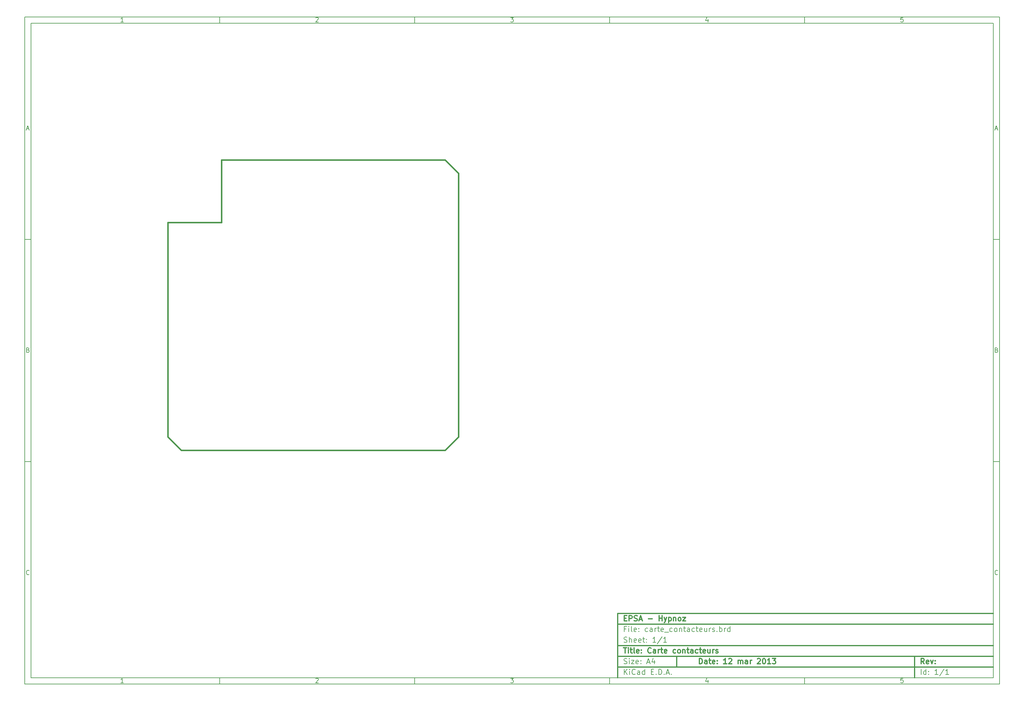
<source format=gbr>
G04 (created by PCBNEW-RS274X (2012-01-19 BZR 3256)-stable) date 12/03/2013 15:32:23*
G01*
G70*
G90*
%MOIN*%
G04 Gerber Fmt 3.4, Leading zero omitted, Abs format*
%FSLAX34Y34*%
G04 APERTURE LIST*
%ADD10C,0.006000*%
%ADD11C,0.012000*%
%ADD12C,0.015000*%
G04 APERTURE END LIST*
G54D10*
X04000Y-04000D02*
X113000Y-04000D01*
X113000Y-78670D01*
X04000Y-78670D01*
X04000Y-04000D01*
X04700Y-04700D02*
X112300Y-04700D01*
X112300Y-77970D01*
X04700Y-77970D01*
X04700Y-04700D01*
X25800Y-04000D02*
X25800Y-04700D01*
X15043Y-04552D02*
X14757Y-04552D01*
X14900Y-04552D02*
X14900Y-04052D01*
X14852Y-04124D01*
X14805Y-04171D01*
X14757Y-04195D01*
X25800Y-78670D02*
X25800Y-77970D01*
X15043Y-78522D02*
X14757Y-78522D01*
X14900Y-78522D02*
X14900Y-78022D01*
X14852Y-78094D01*
X14805Y-78141D01*
X14757Y-78165D01*
X47600Y-04000D02*
X47600Y-04700D01*
X36557Y-04100D02*
X36581Y-04076D01*
X36629Y-04052D01*
X36748Y-04052D01*
X36795Y-04076D01*
X36819Y-04100D01*
X36843Y-04148D01*
X36843Y-04195D01*
X36819Y-04267D01*
X36533Y-04552D01*
X36843Y-04552D01*
X47600Y-78670D02*
X47600Y-77970D01*
X36557Y-78070D02*
X36581Y-78046D01*
X36629Y-78022D01*
X36748Y-78022D01*
X36795Y-78046D01*
X36819Y-78070D01*
X36843Y-78118D01*
X36843Y-78165D01*
X36819Y-78237D01*
X36533Y-78522D01*
X36843Y-78522D01*
X69400Y-04000D02*
X69400Y-04700D01*
X58333Y-04052D02*
X58643Y-04052D01*
X58476Y-04243D01*
X58548Y-04243D01*
X58595Y-04267D01*
X58619Y-04290D01*
X58643Y-04338D01*
X58643Y-04457D01*
X58619Y-04505D01*
X58595Y-04529D01*
X58548Y-04552D01*
X58405Y-04552D01*
X58357Y-04529D01*
X58333Y-04505D01*
X69400Y-78670D02*
X69400Y-77970D01*
X58333Y-78022D02*
X58643Y-78022D01*
X58476Y-78213D01*
X58548Y-78213D01*
X58595Y-78237D01*
X58619Y-78260D01*
X58643Y-78308D01*
X58643Y-78427D01*
X58619Y-78475D01*
X58595Y-78499D01*
X58548Y-78522D01*
X58405Y-78522D01*
X58357Y-78499D01*
X58333Y-78475D01*
X91200Y-04000D02*
X91200Y-04700D01*
X80395Y-04219D02*
X80395Y-04552D01*
X80276Y-04029D02*
X80157Y-04386D01*
X80467Y-04386D01*
X91200Y-78670D02*
X91200Y-77970D01*
X80395Y-78189D02*
X80395Y-78522D01*
X80276Y-77999D02*
X80157Y-78356D01*
X80467Y-78356D01*
X102219Y-04052D02*
X101981Y-04052D01*
X101957Y-04290D01*
X101981Y-04267D01*
X102029Y-04243D01*
X102148Y-04243D01*
X102195Y-04267D01*
X102219Y-04290D01*
X102243Y-04338D01*
X102243Y-04457D01*
X102219Y-04505D01*
X102195Y-04529D01*
X102148Y-04552D01*
X102029Y-04552D01*
X101981Y-04529D01*
X101957Y-04505D01*
X102219Y-78022D02*
X101981Y-78022D01*
X101957Y-78260D01*
X101981Y-78237D01*
X102029Y-78213D01*
X102148Y-78213D01*
X102195Y-78237D01*
X102219Y-78260D01*
X102243Y-78308D01*
X102243Y-78427D01*
X102219Y-78475D01*
X102195Y-78499D01*
X102148Y-78522D01*
X102029Y-78522D01*
X101981Y-78499D01*
X101957Y-78475D01*
X04000Y-28890D02*
X04700Y-28890D01*
X04231Y-16510D02*
X04469Y-16510D01*
X04184Y-16652D02*
X04350Y-16152D01*
X04517Y-16652D01*
X113000Y-28890D02*
X112300Y-28890D01*
X112531Y-16510D02*
X112769Y-16510D01*
X112484Y-16652D02*
X112650Y-16152D01*
X112817Y-16652D01*
X04000Y-53780D02*
X04700Y-53780D01*
X04386Y-41280D02*
X04457Y-41304D01*
X04481Y-41328D01*
X04505Y-41376D01*
X04505Y-41447D01*
X04481Y-41495D01*
X04457Y-41519D01*
X04410Y-41542D01*
X04219Y-41542D01*
X04219Y-41042D01*
X04386Y-41042D01*
X04433Y-41066D01*
X04457Y-41090D01*
X04481Y-41138D01*
X04481Y-41185D01*
X04457Y-41233D01*
X04433Y-41257D01*
X04386Y-41280D01*
X04219Y-41280D01*
X113000Y-53780D02*
X112300Y-53780D01*
X112686Y-41280D02*
X112757Y-41304D01*
X112781Y-41328D01*
X112805Y-41376D01*
X112805Y-41447D01*
X112781Y-41495D01*
X112757Y-41519D01*
X112710Y-41542D01*
X112519Y-41542D01*
X112519Y-41042D01*
X112686Y-41042D01*
X112733Y-41066D01*
X112757Y-41090D01*
X112781Y-41138D01*
X112781Y-41185D01*
X112757Y-41233D01*
X112733Y-41257D01*
X112686Y-41280D01*
X112519Y-41280D01*
X04505Y-66385D02*
X04481Y-66409D01*
X04410Y-66432D01*
X04362Y-66432D01*
X04290Y-66409D01*
X04243Y-66361D01*
X04219Y-66313D01*
X04195Y-66218D01*
X04195Y-66147D01*
X04219Y-66051D01*
X04243Y-66004D01*
X04290Y-65956D01*
X04362Y-65932D01*
X04410Y-65932D01*
X04481Y-65956D01*
X04505Y-65980D01*
X112805Y-66385D02*
X112781Y-66409D01*
X112710Y-66432D01*
X112662Y-66432D01*
X112590Y-66409D01*
X112543Y-66361D01*
X112519Y-66313D01*
X112495Y-66218D01*
X112495Y-66147D01*
X112519Y-66051D01*
X112543Y-66004D01*
X112590Y-65956D01*
X112662Y-65932D01*
X112710Y-65932D01*
X112781Y-65956D01*
X112805Y-65980D01*
G54D11*
X79443Y-76413D02*
X79443Y-75813D01*
X79586Y-75813D01*
X79671Y-75841D01*
X79729Y-75899D01*
X79757Y-75956D01*
X79786Y-76070D01*
X79786Y-76156D01*
X79757Y-76270D01*
X79729Y-76327D01*
X79671Y-76384D01*
X79586Y-76413D01*
X79443Y-76413D01*
X80300Y-76413D02*
X80300Y-76099D01*
X80271Y-76041D01*
X80214Y-76013D01*
X80100Y-76013D01*
X80043Y-76041D01*
X80300Y-76384D02*
X80243Y-76413D01*
X80100Y-76413D01*
X80043Y-76384D01*
X80014Y-76327D01*
X80014Y-76270D01*
X80043Y-76213D01*
X80100Y-76184D01*
X80243Y-76184D01*
X80300Y-76156D01*
X80500Y-76013D02*
X80729Y-76013D01*
X80586Y-75813D02*
X80586Y-76327D01*
X80614Y-76384D01*
X80672Y-76413D01*
X80729Y-76413D01*
X81157Y-76384D02*
X81100Y-76413D01*
X80986Y-76413D01*
X80929Y-76384D01*
X80900Y-76327D01*
X80900Y-76099D01*
X80929Y-76041D01*
X80986Y-76013D01*
X81100Y-76013D01*
X81157Y-76041D01*
X81186Y-76099D01*
X81186Y-76156D01*
X80900Y-76213D01*
X81443Y-76356D02*
X81471Y-76384D01*
X81443Y-76413D01*
X81414Y-76384D01*
X81443Y-76356D01*
X81443Y-76413D01*
X81443Y-76041D02*
X81471Y-76070D01*
X81443Y-76099D01*
X81414Y-76070D01*
X81443Y-76041D01*
X81443Y-76099D01*
X82500Y-76413D02*
X82157Y-76413D01*
X82329Y-76413D02*
X82329Y-75813D01*
X82272Y-75899D01*
X82214Y-75956D01*
X82157Y-75984D01*
X82728Y-75870D02*
X82757Y-75841D01*
X82814Y-75813D01*
X82957Y-75813D01*
X83014Y-75841D01*
X83043Y-75870D01*
X83071Y-75927D01*
X83071Y-75984D01*
X83043Y-76070D01*
X82700Y-76413D01*
X83071Y-76413D01*
X83785Y-76413D02*
X83785Y-76013D01*
X83785Y-76070D02*
X83813Y-76041D01*
X83871Y-76013D01*
X83956Y-76013D01*
X84013Y-76041D01*
X84042Y-76099D01*
X84042Y-76413D01*
X84042Y-76099D02*
X84071Y-76041D01*
X84128Y-76013D01*
X84213Y-76013D01*
X84271Y-76041D01*
X84299Y-76099D01*
X84299Y-76413D01*
X84842Y-76413D02*
X84842Y-76099D01*
X84813Y-76041D01*
X84756Y-76013D01*
X84642Y-76013D01*
X84585Y-76041D01*
X84842Y-76384D02*
X84785Y-76413D01*
X84642Y-76413D01*
X84585Y-76384D01*
X84556Y-76327D01*
X84556Y-76270D01*
X84585Y-76213D01*
X84642Y-76184D01*
X84785Y-76184D01*
X84842Y-76156D01*
X85128Y-76413D02*
X85128Y-76013D01*
X85128Y-76127D02*
X85156Y-76070D01*
X85185Y-76041D01*
X85242Y-76013D01*
X85299Y-76013D01*
X85927Y-75870D02*
X85956Y-75841D01*
X86013Y-75813D01*
X86156Y-75813D01*
X86213Y-75841D01*
X86242Y-75870D01*
X86270Y-75927D01*
X86270Y-75984D01*
X86242Y-76070D01*
X85899Y-76413D01*
X86270Y-76413D01*
X86641Y-75813D02*
X86698Y-75813D01*
X86755Y-75841D01*
X86784Y-75870D01*
X86813Y-75927D01*
X86841Y-76041D01*
X86841Y-76184D01*
X86813Y-76299D01*
X86784Y-76356D01*
X86755Y-76384D01*
X86698Y-76413D01*
X86641Y-76413D01*
X86584Y-76384D01*
X86555Y-76356D01*
X86527Y-76299D01*
X86498Y-76184D01*
X86498Y-76041D01*
X86527Y-75927D01*
X86555Y-75870D01*
X86584Y-75841D01*
X86641Y-75813D01*
X87412Y-76413D02*
X87069Y-76413D01*
X87241Y-76413D02*
X87241Y-75813D01*
X87184Y-75899D01*
X87126Y-75956D01*
X87069Y-75984D01*
X87612Y-75813D02*
X87983Y-75813D01*
X87783Y-76041D01*
X87869Y-76041D01*
X87926Y-76070D01*
X87955Y-76099D01*
X87983Y-76156D01*
X87983Y-76299D01*
X87955Y-76356D01*
X87926Y-76384D01*
X87869Y-76413D01*
X87697Y-76413D01*
X87640Y-76384D01*
X87612Y-76356D01*
G54D10*
X71043Y-77613D02*
X71043Y-77013D01*
X71386Y-77613D02*
X71129Y-77270D01*
X71386Y-77013D02*
X71043Y-77356D01*
X71643Y-77613D02*
X71643Y-77213D01*
X71643Y-77013D02*
X71614Y-77041D01*
X71643Y-77070D01*
X71671Y-77041D01*
X71643Y-77013D01*
X71643Y-77070D01*
X72272Y-77556D02*
X72243Y-77584D01*
X72157Y-77613D01*
X72100Y-77613D01*
X72015Y-77584D01*
X71957Y-77527D01*
X71929Y-77470D01*
X71900Y-77356D01*
X71900Y-77270D01*
X71929Y-77156D01*
X71957Y-77099D01*
X72015Y-77041D01*
X72100Y-77013D01*
X72157Y-77013D01*
X72243Y-77041D01*
X72272Y-77070D01*
X72786Y-77613D02*
X72786Y-77299D01*
X72757Y-77241D01*
X72700Y-77213D01*
X72586Y-77213D01*
X72529Y-77241D01*
X72786Y-77584D02*
X72729Y-77613D01*
X72586Y-77613D01*
X72529Y-77584D01*
X72500Y-77527D01*
X72500Y-77470D01*
X72529Y-77413D01*
X72586Y-77384D01*
X72729Y-77384D01*
X72786Y-77356D01*
X73329Y-77613D02*
X73329Y-77013D01*
X73329Y-77584D02*
X73272Y-77613D01*
X73158Y-77613D01*
X73100Y-77584D01*
X73072Y-77556D01*
X73043Y-77499D01*
X73043Y-77327D01*
X73072Y-77270D01*
X73100Y-77241D01*
X73158Y-77213D01*
X73272Y-77213D01*
X73329Y-77241D01*
X74072Y-77299D02*
X74272Y-77299D01*
X74358Y-77613D02*
X74072Y-77613D01*
X74072Y-77013D01*
X74358Y-77013D01*
X74615Y-77556D02*
X74643Y-77584D01*
X74615Y-77613D01*
X74586Y-77584D01*
X74615Y-77556D01*
X74615Y-77613D01*
X74901Y-77613D02*
X74901Y-77013D01*
X75044Y-77013D01*
X75129Y-77041D01*
X75187Y-77099D01*
X75215Y-77156D01*
X75244Y-77270D01*
X75244Y-77356D01*
X75215Y-77470D01*
X75187Y-77527D01*
X75129Y-77584D01*
X75044Y-77613D01*
X74901Y-77613D01*
X75501Y-77556D02*
X75529Y-77584D01*
X75501Y-77613D01*
X75472Y-77584D01*
X75501Y-77556D01*
X75501Y-77613D01*
X75758Y-77441D02*
X76044Y-77441D01*
X75701Y-77613D02*
X75901Y-77013D01*
X76101Y-77613D01*
X76301Y-77556D02*
X76329Y-77584D01*
X76301Y-77613D01*
X76272Y-77584D01*
X76301Y-77556D01*
X76301Y-77613D01*
G54D11*
X104586Y-76413D02*
X104386Y-76127D01*
X104243Y-76413D02*
X104243Y-75813D01*
X104471Y-75813D01*
X104529Y-75841D01*
X104557Y-75870D01*
X104586Y-75927D01*
X104586Y-76013D01*
X104557Y-76070D01*
X104529Y-76099D01*
X104471Y-76127D01*
X104243Y-76127D01*
X105071Y-76384D02*
X105014Y-76413D01*
X104900Y-76413D01*
X104843Y-76384D01*
X104814Y-76327D01*
X104814Y-76099D01*
X104843Y-76041D01*
X104900Y-76013D01*
X105014Y-76013D01*
X105071Y-76041D01*
X105100Y-76099D01*
X105100Y-76156D01*
X104814Y-76213D01*
X105300Y-76013D02*
X105443Y-76413D01*
X105585Y-76013D01*
X105814Y-76356D02*
X105842Y-76384D01*
X105814Y-76413D01*
X105785Y-76384D01*
X105814Y-76356D01*
X105814Y-76413D01*
X105814Y-76041D02*
X105842Y-76070D01*
X105814Y-76099D01*
X105785Y-76070D01*
X105814Y-76041D01*
X105814Y-76099D01*
G54D10*
X71014Y-76384D02*
X71100Y-76413D01*
X71243Y-76413D01*
X71300Y-76384D01*
X71329Y-76356D01*
X71357Y-76299D01*
X71357Y-76241D01*
X71329Y-76184D01*
X71300Y-76156D01*
X71243Y-76127D01*
X71129Y-76099D01*
X71071Y-76070D01*
X71043Y-76041D01*
X71014Y-75984D01*
X71014Y-75927D01*
X71043Y-75870D01*
X71071Y-75841D01*
X71129Y-75813D01*
X71271Y-75813D01*
X71357Y-75841D01*
X71614Y-76413D02*
X71614Y-76013D01*
X71614Y-75813D02*
X71585Y-75841D01*
X71614Y-75870D01*
X71642Y-75841D01*
X71614Y-75813D01*
X71614Y-75870D01*
X71843Y-76013D02*
X72157Y-76013D01*
X71843Y-76413D01*
X72157Y-76413D01*
X72614Y-76384D02*
X72557Y-76413D01*
X72443Y-76413D01*
X72386Y-76384D01*
X72357Y-76327D01*
X72357Y-76099D01*
X72386Y-76041D01*
X72443Y-76013D01*
X72557Y-76013D01*
X72614Y-76041D01*
X72643Y-76099D01*
X72643Y-76156D01*
X72357Y-76213D01*
X72900Y-76356D02*
X72928Y-76384D01*
X72900Y-76413D01*
X72871Y-76384D01*
X72900Y-76356D01*
X72900Y-76413D01*
X72900Y-76041D02*
X72928Y-76070D01*
X72900Y-76099D01*
X72871Y-76070D01*
X72900Y-76041D01*
X72900Y-76099D01*
X73614Y-76241D02*
X73900Y-76241D01*
X73557Y-76413D02*
X73757Y-75813D01*
X73957Y-76413D01*
X74414Y-76013D02*
X74414Y-76413D01*
X74271Y-75784D02*
X74128Y-76213D01*
X74500Y-76213D01*
X104243Y-77613D02*
X104243Y-77013D01*
X104786Y-77613D02*
X104786Y-77013D01*
X104786Y-77584D02*
X104729Y-77613D01*
X104615Y-77613D01*
X104557Y-77584D01*
X104529Y-77556D01*
X104500Y-77499D01*
X104500Y-77327D01*
X104529Y-77270D01*
X104557Y-77241D01*
X104615Y-77213D01*
X104729Y-77213D01*
X104786Y-77241D01*
X105072Y-77556D02*
X105100Y-77584D01*
X105072Y-77613D01*
X105043Y-77584D01*
X105072Y-77556D01*
X105072Y-77613D01*
X105072Y-77241D02*
X105100Y-77270D01*
X105072Y-77299D01*
X105043Y-77270D01*
X105072Y-77241D01*
X105072Y-77299D01*
X106129Y-77613D02*
X105786Y-77613D01*
X105958Y-77613D02*
X105958Y-77013D01*
X105901Y-77099D01*
X105843Y-77156D01*
X105786Y-77184D01*
X106814Y-76984D02*
X106300Y-77756D01*
X107329Y-77613D02*
X106986Y-77613D01*
X107158Y-77613D02*
X107158Y-77013D01*
X107101Y-77099D01*
X107043Y-77156D01*
X106986Y-77184D01*
G54D11*
X70957Y-74613D02*
X71300Y-74613D01*
X71129Y-75213D02*
X71129Y-74613D01*
X71500Y-75213D02*
X71500Y-74813D01*
X71500Y-74613D02*
X71471Y-74641D01*
X71500Y-74670D01*
X71528Y-74641D01*
X71500Y-74613D01*
X71500Y-74670D01*
X71700Y-74813D02*
X71929Y-74813D01*
X71786Y-74613D02*
X71786Y-75127D01*
X71814Y-75184D01*
X71872Y-75213D01*
X71929Y-75213D01*
X72215Y-75213D02*
X72157Y-75184D01*
X72129Y-75127D01*
X72129Y-74613D01*
X72671Y-75184D02*
X72614Y-75213D01*
X72500Y-75213D01*
X72443Y-75184D01*
X72414Y-75127D01*
X72414Y-74899D01*
X72443Y-74841D01*
X72500Y-74813D01*
X72614Y-74813D01*
X72671Y-74841D01*
X72700Y-74899D01*
X72700Y-74956D01*
X72414Y-75013D01*
X72957Y-75156D02*
X72985Y-75184D01*
X72957Y-75213D01*
X72928Y-75184D01*
X72957Y-75156D01*
X72957Y-75213D01*
X72957Y-74841D02*
X72985Y-74870D01*
X72957Y-74899D01*
X72928Y-74870D01*
X72957Y-74841D01*
X72957Y-74899D01*
X74043Y-75156D02*
X74014Y-75184D01*
X73928Y-75213D01*
X73871Y-75213D01*
X73786Y-75184D01*
X73728Y-75127D01*
X73700Y-75070D01*
X73671Y-74956D01*
X73671Y-74870D01*
X73700Y-74756D01*
X73728Y-74699D01*
X73786Y-74641D01*
X73871Y-74613D01*
X73928Y-74613D01*
X74014Y-74641D01*
X74043Y-74670D01*
X74557Y-75213D02*
X74557Y-74899D01*
X74528Y-74841D01*
X74471Y-74813D01*
X74357Y-74813D01*
X74300Y-74841D01*
X74557Y-75184D02*
X74500Y-75213D01*
X74357Y-75213D01*
X74300Y-75184D01*
X74271Y-75127D01*
X74271Y-75070D01*
X74300Y-75013D01*
X74357Y-74984D01*
X74500Y-74984D01*
X74557Y-74956D01*
X74843Y-75213D02*
X74843Y-74813D01*
X74843Y-74927D02*
X74871Y-74870D01*
X74900Y-74841D01*
X74957Y-74813D01*
X75014Y-74813D01*
X75128Y-74813D02*
X75357Y-74813D01*
X75214Y-74613D02*
X75214Y-75127D01*
X75242Y-75184D01*
X75300Y-75213D01*
X75357Y-75213D01*
X75785Y-75184D02*
X75728Y-75213D01*
X75614Y-75213D01*
X75557Y-75184D01*
X75528Y-75127D01*
X75528Y-74899D01*
X75557Y-74841D01*
X75614Y-74813D01*
X75728Y-74813D01*
X75785Y-74841D01*
X75814Y-74899D01*
X75814Y-74956D01*
X75528Y-75013D01*
X76785Y-75184D02*
X76728Y-75213D01*
X76614Y-75213D01*
X76556Y-75184D01*
X76528Y-75156D01*
X76499Y-75099D01*
X76499Y-74927D01*
X76528Y-74870D01*
X76556Y-74841D01*
X76614Y-74813D01*
X76728Y-74813D01*
X76785Y-74841D01*
X77128Y-75213D02*
X77070Y-75184D01*
X77042Y-75156D01*
X77013Y-75099D01*
X77013Y-74927D01*
X77042Y-74870D01*
X77070Y-74841D01*
X77128Y-74813D01*
X77213Y-74813D01*
X77270Y-74841D01*
X77299Y-74870D01*
X77328Y-74927D01*
X77328Y-75099D01*
X77299Y-75156D01*
X77270Y-75184D01*
X77213Y-75213D01*
X77128Y-75213D01*
X77585Y-74813D02*
X77585Y-75213D01*
X77585Y-74870D02*
X77613Y-74841D01*
X77671Y-74813D01*
X77756Y-74813D01*
X77813Y-74841D01*
X77842Y-74899D01*
X77842Y-75213D01*
X78042Y-74813D02*
X78271Y-74813D01*
X78128Y-74613D02*
X78128Y-75127D01*
X78156Y-75184D01*
X78214Y-75213D01*
X78271Y-75213D01*
X78728Y-75213D02*
X78728Y-74899D01*
X78699Y-74841D01*
X78642Y-74813D01*
X78528Y-74813D01*
X78471Y-74841D01*
X78728Y-75184D02*
X78671Y-75213D01*
X78528Y-75213D01*
X78471Y-75184D01*
X78442Y-75127D01*
X78442Y-75070D01*
X78471Y-75013D01*
X78528Y-74984D01*
X78671Y-74984D01*
X78728Y-74956D01*
X79271Y-75184D02*
X79214Y-75213D01*
X79100Y-75213D01*
X79042Y-75184D01*
X79014Y-75156D01*
X78985Y-75099D01*
X78985Y-74927D01*
X79014Y-74870D01*
X79042Y-74841D01*
X79100Y-74813D01*
X79214Y-74813D01*
X79271Y-74841D01*
X79442Y-74813D02*
X79671Y-74813D01*
X79528Y-74613D02*
X79528Y-75127D01*
X79556Y-75184D01*
X79614Y-75213D01*
X79671Y-75213D01*
X80099Y-75184D02*
X80042Y-75213D01*
X79928Y-75213D01*
X79871Y-75184D01*
X79842Y-75127D01*
X79842Y-74899D01*
X79871Y-74841D01*
X79928Y-74813D01*
X80042Y-74813D01*
X80099Y-74841D01*
X80128Y-74899D01*
X80128Y-74956D01*
X79842Y-75013D01*
X80642Y-74813D02*
X80642Y-75213D01*
X80385Y-74813D02*
X80385Y-75127D01*
X80413Y-75184D01*
X80471Y-75213D01*
X80556Y-75213D01*
X80613Y-75184D01*
X80642Y-75156D01*
X80928Y-75213D02*
X80928Y-74813D01*
X80928Y-74927D02*
X80956Y-74870D01*
X80985Y-74841D01*
X81042Y-74813D01*
X81099Y-74813D01*
X81270Y-75184D02*
X81327Y-75213D01*
X81442Y-75213D01*
X81499Y-75184D01*
X81527Y-75127D01*
X81527Y-75099D01*
X81499Y-75041D01*
X81442Y-75013D01*
X81356Y-75013D01*
X81299Y-74984D01*
X81270Y-74927D01*
X81270Y-74899D01*
X81299Y-74841D01*
X81356Y-74813D01*
X81442Y-74813D01*
X81499Y-74841D01*
G54D10*
X71243Y-72499D02*
X71043Y-72499D01*
X71043Y-72813D02*
X71043Y-72213D01*
X71329Y-72213D01*
X71557Y-72813D02*
X71557Y-72413D01*
X71557Y-72213D02*
X71528Y-72241D01*
X71557Y-72270D01*
X71585Y-72241D01*
X71557Y-72213D01*
X71557Y-72270D01*
X71929Y-72813D02*
X71871Y-72784D01*
X71843Y-72727D01*
X71843Y-72213D01*
X72385Y-72784D02*
X72328Y-72813D01*
X72214Y-72813D01*
X72157Y-72784D01*
X72128Y-72727D01*
X72128Y-72499D01*
X72157Y-72441D01*
X72214Y-72413D01*
X72328Y-72413D01*
X72385Y-72441D01*
X72414Y-72499D01*
X72414Y-72556D01*
X72128Y-72613D01*
X72671Y-72756D02*
X72699Y-72784D01*
X72671Y-72813D01*
X72642Y-72784D01*
X72671Y-72756D01*
X72671Y-72813D01*
X72671Y-72441D02*
X72699Y-72470D01*
X72671Y-72499D01*
X72642Y-72470D01*
X72671Y-72441D01*
X72671Y-72499D01*
X73671Y-72784D02*
X73614Y-72813D01*
X73500Y-72813D01*
X73442Y-72784D01*
X73414Y-72756D01*
X73385Y-72699D01*
X73385Y-72527D01*
X73414Y-72470D01*
X73442Y-72441D01*
X73500Y-72413D01*
X73614Y-72413D01*
X73671Y-72441D01*
X74185Y-72813D02*
X74185Y-72499D01*
X74156Y-72441D01*
X74099Y-72413D01*
X73985Y-72413D01*
X73928Y-72441D01*
X74185Y-72784D02*
X74128Y-72813D01*
X73985Y-72813D01*
X73928Y-72784D01*
X73899Y-72727D01*
X73899Y-72670D01*
X73928Y-72613D01*
X73985Y-72584D01*
X74128Y-72584D01*
X74185Y-72556D01*
X74471Y-72813D02*
X74471Y-72413D01*
X74471Y-72527D02*
X74499Y-72470D01*
X74528Y-72441D01*
X74585Y-72413D01*
X74642Y-72413D01*
X74756Y-72413D02*
X74985Y-72413D01*
X74842Y-72213D02*
X74842Y-72727D01*
X74870Y-72784D01*
X74928Y-72813D01*
X74985Y-72813D01*
X75413Y-72784D02*
X75356Y-72813D01*
X75242Y-72813D01*
X75185Y-72784D01*
X75156Y-72727D01*
X75156Y-72499D01*
X75185Y-72441D01*
X75242Y-72413D01*
X75356Y-72413D01*
X75413Y-72441D01*
X75442Y-72499D01*
X75442Y-72556D01*
X75156Y-72613D01*
X75556Y-72870D02*
X76013Y-72870D01*
X76413Y-72784D02*
X76356Y-72813D01*
X76242Y-72813D01*
X76184Y-72784D01*
X76156Y-72756D01*
X76127Y-72699D01*
X76127Y-72527D01*
X76156Y-72470D01*
X76184Y-72441D01*
X76242Y-72413D01*
X76356Y-72413D01*
X76413Y-72441D01*
X76756Y-72813D02*
X76698Y-72784D01*
X76670Y-72756D01*
X76641Y-72699D01*
X76641Y-72527D01*
X76670Y-72470D01*
X76698Y-72441D01*
X76756Y-72413D01*
X76841Y-72413D01*
X76898Y-72441D01*
X76927Y-72470D01*
X76956Y-72527D01*
X76956Y-72699D01*
X76927Y-72756D01*
X76898Y-72784D01*
X76841Y-72813D01*
X76756Y-72813D01*
X77213Y-72413D02*
X77213Y-72813D01*
X77213Y-72470D02*
X77241Y-72441D01*
X77299Y-72413D01*
X77384Y-72413D01*
X77441Y-72441D01*
X77470Y-72499D01*
X77470Y-72813D01*
X77670Y-72413D02*
X77899Y-72413D01*
X77756Y-72213D02*
X77756Y-72727D01*
X77784Y-72784D01*
X77842Y-72813D01*
X77899Y-72813D01*
X78356Y-72813D02*
X78356Y-72499D01*
X78327Y-72441D01*
X78270Y-72413D01*
X78156Y-72413D01*
X78099Y-72441D01*
X78356Y-72784D02*
X78299Y-72813D01*
X78156Y-72813D01*
X78099Y-72784D01*
X78070Y-72727D01*
X78070Y-72670D01*
X78099Y-72613D01*
X78156Y-72584D01*
X78299Y-72584D01*
X78356Y-72556D01*
X78899Y-72784D02*
X78842Y-72813D01*
X78728Y-72813D01*
X78670Y-72784D01*
X78642Y-72756D01*
X78613Y-72699D01*
X78613Y-72527D01*
X78642Y-72470D01*
X78670Y-72441D01*
X78728Y-72413D01*
X78842Y-72413D01*
X78899Y-72441D01*
X79070Y-72413D02*
X79299Y-72413D01*
X79156Y-72213D02*
X79156Y-72727D01*
X79184Y-72784D01*
X79242Y-72813D01*
X79299Y-72813D01*
X79727Y-72784D02*
X79670Y-72813D01*
X79556Y-72813D01*
X79499Y-72784D01*
X79470Y-72727D01*
X79470Y-72499D01*
X79499Y-72441D01*
X79556Y-72413D01*
X79670Y-72413D01*
X79727Y-72441D01*
X79756Y-72499D01*
X79756Y-72556D01*
X79470Y-72613D01*
X80270Y-72413D02*
X80270Y-72813D01*
X80013Y-72413D02*
X80013Y-72727D01*
X80041Y-72784D01*
X80099Y-72813D01*
X80184Y-72813D01*
X80241Y-72784D01*
X80270Y-72756D01*
X80556Y-72813D02*
X80556Y-72413D01*
X80556Y-72527D02*
X80584Y-72470D01*
X80613Y-72441D01*
X80670Y-72413D01*
X80727Y-72413D01*
X80898Y-72784D02*
X80955Y-72813D01*
X81070Y-72813D01*
X81127Y-72784D01*
X81155Y-72727D01*
X81155Y-72699D01*
X81127Y-72641D01*
X81070Y-72613D01*
X80984Y-72613D01*
X80927Y-72584D01*
X80898Y-72527D01*
X80898Y-72499D01*
X80927Y-72441D01*
X80984Y-72413D01*
X81070Y-72413D01*
X81127Y-72441D01*
X81413Y-72756D02*
X81441Y-72784D01*
X81413Y-72813D01*
X81384Y-72784D01*
X81413Y-72756D01*
X81413Y-72813D01*
X81699Y-72813D02*
X81699Y-72213D01*
X81699Y-72441D02*
X81756Y-72413D01*
X81870Y-72413D01*
X81927Y-72441D01*
X81956Y-72470D01*
X81985Y-72527D01*
X81985Y-72699D01*
X81956Y-72756D01*
X81927Y-72784D01*
X81870Y-72813D01*
X81756Y-72813D01*
X81699Y-72784D01*
X82242Y-72813D02*
X82242Y-72413D01*
X82242Y-72527D02*
X82270Y-72470D01*
X82299Y-72441D01*
X82356Y-72413D01*
X82413Y-72413D01*
X82870Y-72813D02*
X82870Y-72213D01*
X82870Y-72784D02*
X82813Y-72813D01*
X82699Y-72813D01*
X82641Y-72784D01*
X82613Y-72756D01*
X82584Y-72699D01*
X82584Y-72527D01*
X82613Y-72470D01*
X82641Y-72441D01*
X82699Y-72413D01*
X82813Y-72413D01*
X82870Y-72441D01*
X71014Y-73984D02*
X71100Y-74013D01*
X71243Y-74013D01*
X71300Y-73984D01*
X71329Y-73956D01*
X71357Y-73899D01*
X71357Y-73841D01*
X71329Y-73784D01*
X71300Y-73756D01*
X71243Y-73727D01*
X71129Y-73699D01*
X71071Y-73670D01*
X71043Y-73641D01*
X71014Y-73584D01*
X71014Y-73527D01*
X71043Y-73470D01*
X71071Y-73441D01*
X71129Y-73413D01*
X71271Y-73413D01*
X71357Y-73441D01*
X71614Y-74013D02*
X71614Y-73413D01*
X71871Y-74013D02*
X71871Y-73699D01*
X71842Y-73641D01*
X71785Y-73613D01*
X71700Y-73613D01*
X71642Y-73641D01*
X71614Y-73670D01*
X72385Y-73984D02*
X72328Y-74013D01*
X72214Y-74013D01*
X72157Y-73984D01*
X72128Y-73927D01*
X72128Y-73699D01*
X72157Y-73641D01*
X72214Y-73613D01*
X72328Y-73613D01*
X72385Y-73641D01*
X72414Y-73699D01*
X72414Y-73756D01*
X72128Y-73813D01*
X72899Y-73984D02*
X72842Y-74013D01*
X72728Y-74013D01*
X72671Y-73984D01*
X72642Y-73927D01*
X72642Y-73699D01*
X72671Y-73641D01*
X72728Y-73613D01*
X72842Y-73613D01*
X72899Y-73641D01*
X72928Y-73699D01*
X72928Y-73756D01*
X72642Y-73813D01*
X73099Y-73613D02*
X73328Y-73613D01*
X73185Y-73413D02*
X73185Y-73927D01*
X73213Y-73984D01*
X73271Y-74013D01*
X73328Y-74013D01*
X73528Y-73956D02*
X73556Y-73984D01*
X73528Y-74013D01*
X73499Y-73984D01*
X73528Y-73956D01*
X73528Y-74013D01*
X73528Y-73641D02*
X73556Y-73670D01*
X73528Y-73699D01*
X73499Y-73670D01*
X73528Y-73641D01*
X73528Y-73699D01*
X74585Y-74013D02*
X74242Y-74013D01*
X74414Y-74013D02*
X74414Y-73413D01*
X74357Y-73499D01*
X74299Y-73556D01*
X74242Y-73584D01*
X75270Y-73384D02*
X74756Y-74156D01*
X75785Y-74013D02*
X75442Y-74013D01*
X75614Y-74013D02*
X75614Y-73413D01*
X75557Y-73499D01*
X75499Y-73556D01*
X75442Y-73584D01*
G54D11*
X71043Y-71299D02*
X71243Y-71299D01*
X71329Y-71613D02*
X71043Y-71613D01*
X71043Y-71013D01*
X71329Y-71013D01*
X71586Y-71613D02*
X71586Y-71013D01*
X71814Y-71013D01*
X71872Y-71041D01*
X71900Y-71070D01*
X71929Y-71127D01*
X71929Y-71213D01*
X71900Y-71270D01*
X71872Y-71299D01*
X71814Y-71327D01*
X71586Y-71327D01*
X72157Y-71584D02*
X72243Y-71613D01*
X72386Y-71613D01*
X72443Y-71584D01*
X72472Y-71556D01*
X72500Y-71499D01*
X72500Y-71441D01*
X72472Y-71384D01*
X72443Y-71356D01*
X72386Y-71327D01*
X72272Y-71299D01*
X72214Y-71270D01*
X72186Y-71241D01*
X72157Y-71184D01*
X72157Y-71127D01*
X72186Y-71070D01*
X72214Y-71041D01*
X72272Y-71013D01*
X72414Y-71013D01*
X72500Y-71041D01*
X72728Y-71441D02*
X73014Y-71441D01*
X72671Y-71613D02*
X72871Y-71013D01*
X73071Y-71613D01*
X73728Y-71384D02*
X74185Y-71384D01*
X74928Y-71613D02*
X74928Y-71013D01*
X74928Y-71299D02*
X75271Y-71299D01*
X75271Y-71613D02*
X75271Y-71013D01*
X75500Y-71213D02*
X75643Y-71613D01*
X75785Y-71213D02*
X75643Y-71613D01*
X75585Y-71756D01*
X75557Y-71784D01*
X75500Y-71813D01*
X76014Y-71213D02*
X76014Y-71813D01*
X76014Y-71241D02*
X76071Y-71213D01*
X76185Y-71213D01*
X76242Y-71241D01*
X76271Y-71270D01*
X76300Y-71327D01*
X76300Y-71499D01*
X76271Y-71556D01*
X76242Y-71584D01*
X76185Y-71613D01*
X76071Y-71613D01*
X76014Y-71584D01*
X76557Y-71213D02*
X76557Y-71613D01*
X76557Y-71270D02*
X76585Y-71241D01*
X76643Y-71213D01*
X76728Y-71213D01*
X76785Y-71241D01*
X76814Y-71299D01*
X76814Y-71613D01*
X77186Y-71613D02*
X77128Y-71584D01*
X77100Y-71556D01*
X77071Y-71499D01*
X77071Y-71327D01*
X77100Y-71270D01*
X77128Y-71241D01*
X77186Y-71213D01*
X77271Y-71213D01*
X77328Y-71241D01*
X77357Y-71270D01*
X77386Y-71327D01*
X77386Y-71499D01*
X77357Y-71556D01*
X77328Y-71584D01*
X77271Y-71613D01*
X77186Y-71613D01*
X77586Y-71213D02*
X77900Y-71213D01*
X77586Y-71613D01*
X77900Y-71613D01*
X70300Y-70770D02*
X70300Y-77970D01*
X70300Y-71970D02*
X112300Y-71970D01*
X70300Y-70770D02*
X112300Y-70770D01*
X70300Y-74370D02*
X112300Y-74370D01*
X103500Y-75570D02*
X103500Y-77970D01*
X70300Y-76770D02*
X112300Y-76770D01*
X70300Y-75570D02*
X112300Y-75570D01*
X76900Y-75570D02*
X76900Y-76770D01*
G54D12*
X26000Y-27000D02*
X26000Y-20000D01*
X20000Y-27000D02*
X26000Y-27000D01*
X20000Y-51000D02*
X20000Y-27000D01*
X21500Y-52500D02*
X20000Y-51000D01*
X51000Y-52500D02*
X21500Y-52500D01*
X52500Y-51000D02*
X51000Y-52500D01*
X52500Y-21500D02*
X52500Y-51000D01*
X51000Y-20000D02*
X52500Y-21500D01*
X26000Y-20000D02*
X51000Y-20000D01*
M02*

</source>
